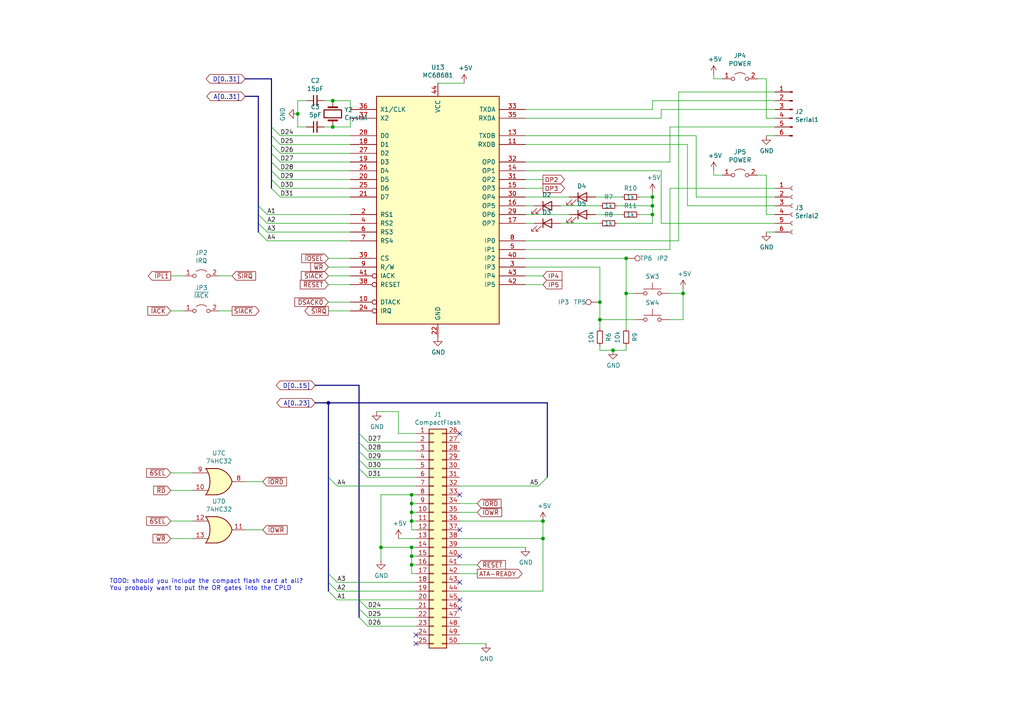
<source format=kicad_sch>
(kicad_sch (version 20230121) (generator eeschema)
  (paper "A4")
  (title_block (title "IVC-k30") (rev "1"))
  (lib_symbols
    (symbol "74xx:74LS32" (pin_names (offset 1.016))
      (property "Reference" "U" (at 0 1.27 0))
      (property "Value" "74LS32" (at 0 -1.27 0))
      (symbol "74LS32_1_1"
        (arc (start -3.81 -3.81) (mid -2.589 0) (end -3.81 3.81) (stroke (width 0.254)))
        (arc (start -0.6096 -3.81) (mid 2.1842 -2.5851) (end 3.81 0) (stroke (width 0.254)) (fill (type background)))
        (polyline (pts (xy -3.81 -3.81) (xy -0.635 -3.81)) (stroke (width 0.254)) (fill (type background)))
        (polyline (pts (xy -3.81 3.81) (xy -0.635 3.81)) (stroke (width 0.254)) (fill (type background)))
        (polyline (pts (xy -0.635 3.81) (xy -3.81 3.81) (xy -3.81 3.81) (xy -3.556 3.4036) (xy -3.0226 2.2606) (xy -2.6924 1.0414) (xy -2.6162 -0.254) (xy -2.7686 -1.4986) (xy -3.175 -2.7178) (xy -3.81 -3.81) (xy -3.81 -3.81) (xy -0.635 -3.81)) (stroke (width -25.4)) (fill (type background)))
        (arc (start 3.81 0) (mid 2.1915 2.5936) (end -0.6096 3.81) (stroke (width 0.254)) (fill (type background)))
        (pin input line (at -7.62 2.54 0) (length 4.318) (name "~") (number "1"))
        (pin input line (at -7.62 -2.54 0) (length 4.318) (name "~") (number "2"))
        (pin output line (at 7.62 0 180) (length 3.81) (name "~") (number "3"))
      )
      (symbol "74LS32_1_2"
        (arc (start 0 -3.81) (mid 3.7934 0) (end 0 3.81) (stroke (width 0.254)) (fill (type background)))
        (polyline (pts (xy 0 3.81) (xy -3.81 3.81) (xy -3.81 -3.81) (xy 0 -3.81)) (stroke (width 0.254)) (fill (type background)))
        (pin input inverted (at -7.62 2.54 0) (length 3.81) (name "~") (number "1"))
        (pin input inverted (at -7.62 -2.54 0) (length 3.81) (name "~") (number "2"))
        (pin output inverted (at 7.62 0 180) (length 3.81) (name "~") (number "3"))
      )
      (symbol "74LS32_2_1"
        (arc (start -3.81 -3.81) (mid -2.589 0) (end -3.81 3.81) (stroke (width 0.254)))
        (arc (start -0.6096 -3.81) (mid 2.1842 -2.5851) (end 3.81 0) (stroke (width 0.254)) (fill (type background)))
        (polyline (pts (xy -3.81 -3.81) (xy -0.635 -3.81)) (stroke (width 0.254)) (fill (type background)))
        (polyline (pts (xy -3.81 3.81) (xy -0.635 3.81)) (stroke (width 0.254)) (fill (type background)))
        (polyline (pts (xy -0.635 3.81) (xy -3.81 3.81) (xy -3.81 3.81) (xy -3.556 3.4036) (xy -3.0226 2.2606) (xy -2.6924 1.0414) (xy -2.6162 -0.254) (xy -2.7686 -1.4986) (xy -3.175 -2.7178) (xy -3.81 -3.81) (xy -3.81 -3.81) (xy -0.635 -3.81)) (stroke (width -25.4)) (fill (type background)))
        (arc (start 3.81 0) (mid 2.1915 2.5936) (end -0.6096 3.81) (stroke (width 0.254)) (fill (type background)))
        (pin input line (at -7.62 2.54 0) (length 4.318) (name "~") (number "4"))
        (pin input line (at -7.62 -2.54 0) (length 4.318) (name "~") (number "5"))
        (pin output line (at 7.62 0 180) (length 3.81) (name "~") (number "6"))
      )
      (symbol "74LS32_2_2"
        (arc (start 0 -3.81) (mid 3.7934 0) (end 0 3.81) (stroke (width 0.254)) (fill (type background)))
        (polyline (pts (xy 0 3.81) (xy -3.81 3.81) (xy -3.81 -3.81) (xy 0 -3.81)) (stroke (width 0.254)) (fill (type background)))
        (pin input inverted (at -7.62 2.54 0) (length 3.81) (name "~") (number "4"))
        (pin input inverted (at -7.62 -2.54 0) (length 3.81) (name "~") (number "5"))
        (pin output inverted (at 7.62 0 180) (length 3.81) (name "~") (number "6"))
      )
      (symbol "74LS32_3_1"
        (arc (start -3.81 -3.81) (mid -2.589 0) (end -3.81 3.81) (stroke (width 0.254)))
        (arc (start -0.6096 -3.81) (mid 2.1842 -2.5851) (end 3.81 0) (stroke (width 0.254)) (fill (type background)))
        (polyline (pts (xy -3.81 -3.81) (xy -0.635 -3.81)) (stroke (width 0.254)) (fill (type background)))
        (polyline (pts (xy -3.81 3.81) (xy -0.635 3.81)) (stroke (width 0.254)) (fill (type background)))
        (polyline (pts (xy -0.635 3.81) (xy -3.81 3.81) (xy -3.81 3.81) (xy -3.556 3.4036) (xy -3.0226 2.2606) (xy -2.6924 1.0414) (xy -2.6162 -0.254) (xy -2.7686 -1.4986) (xy -3.175 -2.7178) (xy -3.81 -3.81) (xy -3.81 -3.81) (xy -0.635 -3.81)) (stroke (width -25.4)) (fill (type background)))
        (arc (start 3.81 0) (mid 2.1915 2.5936) (end -0.6096 3.81) (stroke (width 0.254)) (fill (type background)))
        (pin input line (at -7.62 -2.54 0) (length 4.318) (name "~") (number "10"))
        (pin output line (at 7.62 0 180) (length 3.81) (name "~") (number "8"))
        (pin input line (at -7.62 2.54 0) (length 4.318) (name "~") (number "9"))
      )
      (symbol "74LS32_3_2"
        (arc (start 0 -3.81) (mid 3.7934 0) (end 0 3.81) (stroke (width 0.254)) (fill (type background)))
        (polyline (pts (xy 0 3.81) (xy -3.81 3.81) (xy -3.81 -3.81) (xy 0 -3.81)) (stroke (width 0.254)) (fill (type background)))
        (pin input inverted (at -7.62 -2.54 0) (length 3.81) (name "~") (number "10"))
        (pin output inverted (at 7.62 0 180) (length 3.81) (name "~") (number "8"))
        (pin input inverted (at -7.62 2.54 0) (length 3.81) (name "~") (number "9"))
      )
      (symbol "74LS32_4_1"
        (arc (start -3.81 -3.81) (mid -2.589 0) (end -3.81 3.81) (stroke (width 0.254)))
        (arc (start -0.6096 -3.81) (mid 2.1842 -2.5851) (end 3.81 0) (stroke (width 0.254)) (fill (type background)))
        (polyline (pts (xy -3.81 -3.81) (xy -0.635 -3.81)) (stroke (width 0.254)) (fill (type background)))
        (polyline (pts (xy -3.81 3.81) (xy -0.635 3.81)) (stroke (width 0.254)) (fill (type background)))
        (polyline (pts (xy -0.635 3.81) (xy -3.81 3.81) (xy -3.81 3.81) (xy -3.556 3.4036) (xy -3.0226 2.2606) (xy -2.6924 1.0414) (xy -2.6162 -0.254) (xy -2.7686 -1.4986) (xy -3.175 -2.7178) (xy -3.81 -3.81) (xy -3.81 -3.81) (xy -0.635 -3.81)) (stroke (width -25.4)) (fill (type background)))
        (arc (start 3.81 0) (mid 2.1915 2.5936) (end -0.6096 3.81) (stroke (width 0.254)) (fill (type background)))
        (pin output line (at 7.62 0 180) (length 3.81) (name "~") (number "11"))
        (pin input line (at -7.62 2.54 0) (length 4.318) (name "~") (number "12"))
        (pin input line (at -7.62 -2.54 0) (length 4.318) (name "~") (number "13"))
      )
      (symbol "74LS32_4_2"
        (arc (start 0 -3.81) (mid 3.7934 0) (end 0 3.81) (stroke (width 0.254)) (fill (type background)))
        (polyline (pts (xy 0 3.81) (xy -3.81 3.81) (xy -3.81 -3.81) (xy 0 -3.81)) (stroke (width 0.254)) (fill (type background)))
        (pin output inverted (at 7.62 0 180) (length 3.81) (name "~") (number "11"))
        (pin input inverted (at -7.62 2.54 0) (length 3.81) (name "~") (number "12"))
        (pin input inverted (at -7.62 -2.54 0) (length 3.81) (name "~") (number "13"))
      )
      (symbol "74LS32_5_0"
        (pin power_in line (at 0 12.7 270) (length 5.08) (name "VCC") (number "14"))
        (pin power_in line (at 0 -12.7 90) (length 5.08) (name "GND") (number "7"))
      )
      (symbol "74LS32_5_1"
        (rectangle (start -5.08 7.62) (end 5.08 -7.62) (stroke (width 0.254)) (fill (type background)))
      )
    )
    (symbol "Computie_68k:MC68681-PLCC" (pin_names (offset 1.016))
      (property "Reference" "U" (at 0 3.81 0))
      (property "Value" "MC68681-PLCC" (at 0 -2.54 0))
      (symbol "MC68681-PLCC_0_1"
        (rectangle (start -17.78 -31.75) (end 17.78 34.29) (stroke (width 0.254)) (fill (type background)))
      )
      (symbol "MC68681-PLCC_1_1"
        (pin open_collector inverted (at -25.4 -25.4 0) (length 7.62) (name "DTACK") (number "10"))
        (pin input line (at 25.4 20.32 180) (length 7.62) (name "RXDB") (number "11"))
        (pin output line (at 25.4 22.86 180) (length 7.62) (name "TXDB") (number "13"))
        (pin output line (at 25.4 12.7 180) (length 7.62) (name "OP1") (number "14"))
        (pin output line (at 25.4 7.62 180) (length 7.62) (name "OP3") (number "15"))
        (pin output line (at 25.4 2.54 180) (length 7.62) (name "OP5") (number "16"))
        (pin output line (at 25.4 -2.54 180) (length 7.62) (name "OP7") (number "17"))
        (pin tri_state line (at -25.4 20.32 0) (length 7.62) (name "D1") (number "18"))
        (pin tri_state line (at -25.4 15.24 0) (length 7.62) (name "D3") (number "19"))
        (pin input line (at -25.4 0 0) (length 7.62) (name "RS1") (number "2"))
        (pin tri_state line (at -25.4 10.16 0) (length 7.62) (name "D5") (number "20"))
        (pin tri_state line (at -25.4 5.08 0) (length 7.62) (name "D7") (number "21"))
        (pin power_in line (at 0 -35.56 90) (length 3.81) (name "GND") (number "22"))
        (pin output inverted (at -25.4 -27.94 0) (length 7.62) (name "IRQ") (number "24"))
        (pin tri_state line (at -25.4 7.62 0) (length 7.62) (name "D6") (number "25"))
        (pin tri_state line (at -25.4 12.7 0) (length 7.62) (name "D4") (number "26"))
        (pin tri_state line (at -25.4 17.78 0) (length 7.62) (name "D2") (number "27"))
        (pin tri_state line (at -25.4 22.86 0) (length 7.62) (name "D0") (number "28"))
        (pin output line (at 25.4 0 180) (length 7.62) (name "OP6") (number "29"))
        (pin input line (at 25.4 -15.24 180) (length 7.62) (name "IP3") (number "3"))
        (pin output line (at 25.4 5.08 180) (length 7.62) (name "OP4") (number "30"))
        (pin output line (at 25.4 10.16 180) (length 7.62) (name "OP2") (number "31"))
        (pin output line (at 25.4 15.24 180) (length 7.62) (name "OP0") (number "32"))
        (pin output line (at 25.4 30.48 180) (length 7.62) (name "TXDA") (number "33"))
        (pin input line (at 25.4 27.94 180) (length 7.62) (name "RXDA") (number "35"))
        (pin input line (at -25.4 30.48 0) (length 7.62) (name "X1/CLK") (number "36"))
        (pin input line (at -25.4 27.94 0) (length 7.62) (name "X2") (number "37"))
        (pin input inverted (at -25.4 -20.32 0) (length 7.62) (name "RESET") (number "38"))
        (pin input line (at -25.4 -12.7 0) (length 7.62) (name "CS") (number "39"))
        (pin input line (at -25.4 -2.54 0) (length 7.62) (name "RS2") (number "4"))
        (pin input line (at 25.4 -12.7 180) (length 7.62) (name "IP2") (number "40"))
        (pin input inverted (at -25.4 -17.78 0) (length 7.62) (name "IACK") (number "41"))
        (pin input line (at 25.4 -20.32 180) (length 7.62) (name "IP5") (number "42"))
        (pin input line (at 25.4 -17.78 180) (length 7.62) (name "IP4") (number "43"))
        (pin power_in line (at 0 38.1 270) (length 3.81) (name "VCC") (number "44"))
        (pin input line (at 25.4 -10.16 180) (length 7.62) (name "IP1") (number "5"))
        (pin input line (at -25.4 -5.08 0) (length 7.62) (name "RS3") (number "6"))
        (pin input line (at -25.4 -7.62 0) (length 7.62) (name "RS4") (number "7"))
        (pin input line (at 25.4 -7.62 180) (length 7.62) (name "IP0") (number "8"))
        (pin input line (at -25.4 -15.24 0) (length 7.62) (name "R/W") (number "9"))
      )
    )
    (symbol "Connector:Conn_01x06_Female" (pin_names (offset 1.016) hide)
      (property "Reference" "J" (at 0 7.62 0))
      (property "Value" "Conn_01x06_Female" (at 0 -10.16 0))
      (symbol "Conn_01x06_Female_1_1"
        (arc (start 0 -7.112) (mid -0.5058 -7.62) (end 0 -8.128) (stroke (width 0.1524)))
        (arc (start 0 -4.572) (mid -0.5058 -5.08) (end 0 -5.588) (stroke (width 0.1524)))
        (arc (start 0 -2.032) (mid -0.5058 -2.54) (end 0 -3.048) (stroke (width 0.1524)))
        (polyline (pts (xy -1.27 -7.62) (xy -0.508 -7.62)) (stroke (width 0.1524)))
        (polyline (pts (xy -1.27 -5.08) (xy -0.508 -5.08)) (stroke (width 0.1524)))
        (polyline (pts (xy -1.27 -2.54) (xy -0.508 -2.54)) (stroke (width 0.1524)))
        (polyline (pts (xy -1.27 0) (xy -0.508 0)) (stroke (width 0.1524)))
        (polyline (pts (xy -1.27 2.54) (xy -0.508 2.54)) (stroke (width 0.1524)))
        (polyline (pts (xy -1.27 5.08) (xy -0.508 5.08)) (stroke (width 0.1524)))
        (arc (start 0 0.508) (mid -0.5058 0) (end 0 -0.508) (stroke (width 0.1524)))
        (arc (start 0 3.048) (mid -0.5058 2.54) (end 0 2.032) (stroke (width 0.1524)))
        (arc (start 0 5.588) (mid -0.5058 5.08) (end 0 4.572) (stroke (width 0.1524)))
        (pin passive line (at -5.08 5.08 0) (length 3.81) (name "Pin_1") (number "1"))
        (pin passive line (at -5.08 2.54 0) (length 3.81) (name "Pin_2") (number "2"))
        (pin passive line (at -5.08 0 0) (length 3.81) (name "Pin_3") (number "3"))
        (pin passive line (at -5.08 -2.54 0) (length 3.81) (name "Pin_4") (number "4"))
        (pin passive line (at -5.08 -5.08 0) (length 3.81) (name "Pin_5") (number "5"))
        (pin passive line (at -5.08 -7.62 0) (length 3.81) (name "Pin_6") (number "6"))
      )
    )
    (symbol "Connector:Conn_01x06_Male" (pin_names (offset 1.016) hide)
      (property "Reference" "J" (at 0 7.62 0))
      (property "Value" "Conn_01x06_Male" (at 0 -10.16 0))
      (symbol "Conn_01x06_Male_1_1"
        (polyline (pts (xy 1.27 -7.62) (xy 0.8636 -7.62)) (stroke (width 0.1524)))
        (polyline (pts (xy 1.27 -5.08) (xy 0.8636 -5.08)) (stroke (width 0.1524)))
        (polyline (pts (xy 1.27 -2.54) (xy 0.8636 -2.54)) (stroke (width 0.1524)))
        (polyline (pts (xy 1.27 0) (xy 0.8636 0)) (stroke (width 0.1524)))
        (polyline (pts (xy 1.27 2.54) (xy 0.8636 2.54)) (stroke (width 0.1524)))
        (polyline (pts (xy 1.27 5.08) (xy 0.8636 5.08)) (stroke (width 0.1524)))
        (rectangle (start 0.8636 -7.493) (end 0 -7.747) (stroke (width 0.1524)) (fill (type outline)))
        (rectangle (start 0.8636 -4.953) (end 0 -5.207) (stroke (width 0.1524)) (fill (type outline)))
        (rectangle (start 0.8636 -2.413) (end 0 -2.667) (stroke (width 0.1524)) (fill (type outline)))
        (rectangle (start 0.8636 0.127) (end 0 -0.127) (stroke (width 0.1524)) (fill (type outline)))
        (rectangle (start 0.8636 2.667) (end 0 2.413) (stroke (width 0.1524)) (fill (type outline)))
        (rectangle (start 0.8636 5.207) (end 0 4.953) (stroke (width 0.1524)) (fill (type outline)))
        (pin passive line (at 5.08 5.08 180) (length 3.81) (name "Pin_1") (number "1"))
        (pin passive line (at 5.08 2.54 180) (length 3.81) (name "Pin_2") (number "2"))
        (pin passive line (at 5.08 0 180) (length 3.81) (name "Pin_3") (number "3"))
        (pin passive line (at 5.08 -2.54 180) (length 3.81) (name "Pin_4") (number "4"))
        (pin passive line (at 5.08 -5.08 180) (length 3.81) (name "Pin_5") (number "5"))
        (pin passive line (at 5.08 -7.62 180) (length 3.81) (name "Pin_6") (number "6"))
      )
    )
    (symbol "Connector:TestPoint" (pin_numbers hide) (pin_names (offset 0.762) hide)
      (property "Reference" "TP" (at 0 6.858 0))
      (property "Value" "TestPoint" (at 0 5.08 0))
      (symbol "TestPoint_0_1"
        (circle (center 0 3.302) (radius 0.762))
      )
      (symbol "TestPoint_1_1"
        (pin passive line (at 0 0 90) (length 2.54) (name "1") (number "1"))
      )
    )
    (symbol "Connector_Generic:Conn_02x25_Top_Bottom" (pin_names (offset 1.016) hide)
      (property "Reference" "J" (at 1.27 33.02 0))
      (property "Value" "Conn_02x25_Top_Bottom" (at 1.27 -33.02 0))
      (symbol "Conn_02x25_Top_Bottom_1_1"
        (rectangle (start -1.27 -30.353) (end 0 -30.607) (stroke (width 0.1524)))
        (rectangle (start -1.27 -27.813) (end 0 -28.067) (stroke (width 0.1524)))
        (rectangle (start -1.27 -25.273) (end 0 -25.527) (stroke (width 0.1524)))
        (rectangle (start -1.27 -22.733) (end 0 -22.987) (stroke (width 0.1524)))
        (rectangle (start -1.27 -20.193) (end 0 -20.447) (stroke (width 0.1524)))
        (rectangle (start -1.27 -17.653) (end 0 -17.907) (stroke (width 0.1524)))
        (rectangle (start -1.27 -15.113) (end 0 -15.367) (stroke (width 0.1524)))
        (rectangle (start -1.27 -12.573) (end 0 -12.827) (stroke (width 0.1524)))
        (rectangle (start -1.27 -10.033) (end 0 -10.287) (stroke (width 0.1524)))
        (rectangle (start -1.27 -7.493) (end 0 -7.747) (stroke (width 0.1524)))
        (rectangle (start -1.27 -4.953) (end 0 -5.207) (stroke (width 0.1524)))
        (rectangle (start -1.27 -2.413) (end 0 -2.667) (stroke (width 0.1524)))
        (rectangle (start -1.27 0.127) (end 0 -0.127) (stroke (width 0.1524)))
        (rectangle (start -1.27 2.667) (end 0 2.413) (stroke (width 0.1524)))
        (rectangle (start -1.27 5.207) (end 0 4.953) (stroke (width 0.1524)))
        (rectangle (start -1.27 7.747) (end 0 7.493) (stroke (width 0.1524)))
        (rectangle (start -1.27 10.287) (end 0 10.033) (stroke (width 0.1524)))
        (rectangle (start -1.27 12.827) (end 0 12.573) (stroke (width 0.1524)))
        (rectangle (start -1.27 15.367) (end 0 15.113) (stroke (width 0.1524)))
        (rectangle (start -1.27 17.907) (end 0 17.653) (stroke (width 0.1524)))
        (rectangle (start -1.27 20.447) (end 0 20.193) (stroke (width 0.1524)))
        (rectangle (start -1.27 22.987) (end 0 22.733) (stroke (width 0.1524)))
        (rectangle (start -1.27 25.527) (end 0 25.273) (stroke (width 0.1524)))
        (rectangle (start -1.27 28.067) (end 0 27.813) (stroke (width 0.1524)))
        (rectangle (start -1.27 30.607) (end 0 30.353) (stroke (width 0.1524)))
        (rectangle (start -1.27 31.75) (end 3.81 -31.75) (stroke (width 0.254)) (fill (type background)))
        (rectangle (start 3.81 -30.353) (end 2.54 -30.607) (stroke (width 0.1524)))
        (rectangle (start 3.81 -27.813) (end 2.54 -28.067) (stroke (width 0.1524)))
        (rectangle (start 3.81 -25.273) (end 2.54 -25.527) (stroke (width 0.1524)))
        (rectangle (start 3.81 -22.733) (end 2.54 -22.987) (stroke (width 0.1524)))
        (rectangle (start 3.81 -20.193) (end 2.54 -20.447) (stroke (width 0.1524)))
        (rectangle (start 3.81 -17.653) (end 2.54 -17.907) (stroke (width 0.1524)))
        (rectangle (start 3.81 -15.113) (end 2.54 -15.367) (stroke (width 0.1524)))
        (rectangle (start 3.81 -12.573) (end 2.54 -12.827) (stroke (width 0.1524)))
        (rectangle (start 3.81 -10.033) (end 2.54 -10.287) (stroke (width 0.1524)))
        (rectangle (start 3.81 -7.493) (end 2.54 -7.747) (stroke (width 0.1524)))
        (rectangle (start 3.81 -4.953) (end 2.54 -5.207) (stroke (width 0.1524)))
        (rectangle (start 3.81 -2.413) (end 2.54 -2.667) (stroke (width 0.1524)))
        (rectangle (start 3.81 0.127) (end 2.54 -0.127) (stroke (width 0.1524)))
        (rectangle (start 3.81 2.667) (end 2.54 2.413) (stroke (width 0.1524)))
        (rectangle (start 3.81 5.207) (end 2.54 4.953) (stroke (width 0.1524)))
        (rectangle (start 3.81 7.747) (end 2.54 7.493) (stroke (width 0.1524)))
        (rectangle (start 3.81 10.287) (end 2.54 10.033) (stroke (width 0.1524)))
        (rectangle (start 3.81 12.827) (end 2.54 12.573) (stroke (width 0.1524)))
        (rectangle (start 3.81 15.367) (end 2.54 15.113) (stroke (width 0.1524)))
        (rectangle (start 3.81 17.907) (end 2.54 17.653) (stroke (width 0.1524)))
        (rectangle (start 3.81 20.447) (end 2.54 20.193) (stroke (width 0.1524)))
        (rectangle (start 3.81 22.987) (end 2.54 22.733) (stroke (width 0.1524)))
        (rectangle (start 3.81 25.527) (end 2.54 25.273) (stroke (width 0.1524)))
        (rectangle (start 3.81 28.067) (end 2.54 27.813) (stroke (width 0.1524)))
        (rectangle (start 3.81 30.607) (end 2.54 30.353) (stroke (width 0.1524)))
        (pin passive line (at -5.08 30.48 0) (length 3.81) (name "Pin_1") (number "1"))
        (pin passive line (at -5.08 7.62 0) (length 3.81) (name "Pin_10") (number "10"))
        (pin passive line (at -5.08 5.08 0) (length 3.81) (name "Pin_11") (number "11"))
        (pin passive line (at -5.08 2.54 0) (length 3.81) (name "Pin_12") (number "12"))
        (pin passive line (at -5.08 0 0) (length 3.81) (name "Pin_13") (number "13"))
        (pin passive line (at -5.08 -2.54 0) (length 3.81) (name "Pin_14") (number "14"))
        (pin passive line (at -5.08 -5.08 0) (length 3.81) (name "Pin_15") (number "15"))
        (pin passive line (at -5.08 -7.62 0) (length 3.81) (name "Pin_16") (number "16"))
        (pin passive line (at -5.08 -10.16 0) (length 3.81) (name "Pin_17") (number "17"))
        (pin passive line (at -5.08 -12.7 0) (length 3.81) (name "Pin_18") (number "18"))
        (pin passive line (at -5.08 -15.24 0) (length 3.81) (name "Pin_19") (number "19"))
        (pin passive line (at -5.08 27.94 0) (length 3.81) (name "Pin_2") (number "2"))
        (pin passive line (at -5.08 -17.78 0) (length 3.81) (name "Pin_20") (number "20"))
        (pin passive line (at -5.08 -20.32 0) (length 3.81) (name "Pin_21") (number "21"))
        (pin passive line (at -5.08 -22.86 0) (length 3.81) (name "Pin_22") (number "22"))
        (pin passive line (at -5.08 -25.4 0) (length 3.81) (name "Pin_23") (number "23"))
        (pin passive line (at -5.08 -27.94 0) (length 3.81) (name "Pin_24") (number "24"))
        (pin passive line (at -5.08 -30.48 0) (length 3.81) (name "Pin_25") (number "25"))
        (pin passive line (at 7.62 30.48 180) (length 3.81) (name "Pin_26") (number "26"))
        (pin passive line (at 7.62 27.94 180) (length 3.81) (name "Pin_27") (number "27"))
        (pin passive line (at 7.62 25.4 180) (length 3.81) (name "Pin_28") (number "28"))
        (pin passive line (at 7.62 22.86 180) (length 3.81) (name "Pin_29") (number "29"))
        (pin passive line (at -5.08 25.4 0) (length 3.81) (name "Pin_3") (number "3"))
        (pin passive line (at 7.62 20.32 180) (length 3.81) (name "Pin_30") (number "30"))
        (pin passive line (at 7.62 17.78 180) (length 3.81) (name "Pin_31") (number "31"))
        (pin passive line (at 7.62 15.24 180) (length 3.81) (name "Pin_32") (number "32"))
        (pin passive line (at 7.62 12.7 180) (length 3.81) (name "Pin_33") (number "33"))
        (pin passive line (at 7.62 10.16 180) (length 3.81) (name "Pin_34") (number "34"))
        (pin passive line (at 7.62 7.62 180) (length 3.81) (name "Pin_35") (number "35"))
        (pin passive line (at 7.62 5.08 180) (length 3.81) (name "Pin_36") (number "36"))
        (pin passive line (at 7.62 2.54 180) (length 3.81) (name "Pin_37") (number "37"))
        (pin passive line (at 7.62 0 180) (length 3.81) (name "Pin_38") (number "38"))
        (pin passive line (at 7.62 -2.54 180) (length 3.81) (name "Pin_39") (number "39"))
        (pin passive line (at -5.08 22.86 0) (length 3.81) (name "Pin_4") (number "4"))
        (pin passive line (at 7.62 -5.08 180) (length 3.81) (name "Pin_40") (number "40"))
        (pin passive line (at 7.62 -7.62 180) (length 3.81) (name "Pin_41") (number "41"))
        (pin passive line (at 7.62 -10.16 180) (length 3.81) (name "Pin_42") (number "42"))
        (pin passive line (at 7.62 -12.7 180) (length 3.81) (name "Pin_43") (number "43"))
        (pin passive line (at 7.62 -15.24 180) (length 3.81) (name "Pin_44") (number "44"))
        (pin passive line (at 7.62 -17.78 180) (length 3.81) (name "Pin_45") (number "45"))
        (pin passive line (at 7.62 -20.32 180) (length 3.81) (name "Pin_46") (number "46"))
        (pin passive line (at 7.62 -22.86 180) (length 3.81) (name "Pin_47") (number "47"))
        (pin passive line (at 7.62 -25.4 180) (length 3.81) (name "Pin_48") (number "48"))
        (pin passive line (at 7.62 -27.94 180) (length 3.81) (name "Pin_49") (number "49"))
        (pin passive line (at -5.08 20.32 0) (length 3.81) (name "Pin_5") (number "5"))
        (pin passive line (at 7.62 -30.48 180) (length 3.81) (name "Pin_50") (number "50"))
        (pin passive line (at -5.08 17.78 0) (length 3.81) (name "Pin_6") (number "6"))
        (pin passive line (at -5.08 15.24 0) (length 3.81) (name "Pin_7") (number "7"))
        (pin passive line (at -5.08 12.7 0) (length 3.81) (name "Pin_8") (number "8"))
        (pin passive line (at -5.08 10.16 0) (length 3.81) (name "Pin_9") (number "9"))
      )
    )
    (symbol "Device:C_Small" (pin_numbers hide) (pin_names (offset 0.254) hide)
      (property "Reference" "C" (at 0.254 1.778 0))
      (property "Value" "C_Small" (at 0.254 -2.032 0))
      (symbol "C_Small_0_1"
        (polyline (pts (xy -1.524 -0.508) (xy 1.524 -0.508)) (stroke (width 0.3302)))
        (polyline (pts (xy -1.524 0.508) (xy 1.524 0.508)) (stroke (width 0.3048)))
      )
      (symbol "C_Small_1_1"
        (pin passive line (at 0 2.54 270) (length 2.032) (name "~") (number "1"))
        (pin passive line (at 0 -2.54 90) (length 2.032) (name "~") (number "2"))
      )
    )
    (symbol "Device:Crystal" (pin_numbers hide) (pin_names (offset 1.016) hide)
      (property "Reference" "Y" (at 0 3.81 0))
      (property "Value" "Crystal" (at 0 -3.81 0))
      (symbol "Crystal_0_1"
        (rectangle (start -1.143 2.54) (end 1.143 -2.54) (stroke (width 0.3048)))
        (polyline (pts (xy -2.54 0) (xy -1.905 0)))
        (polyline (pts (xy -1.905 -1.27) (xy -1.905 1.27)) (stroke (width 0.508)))
        (polyline (pts (xy 1.905 -1.27) (xy 1.905 1.27)) (stroke (width 0.508)))
        (polyline (pts (xy 2.54 0) (xy 1.905 0)))
      )
      (symbol "Crystal_1_1"
        (pin passive line (at -3.81 0 0) (length 1.27) (name "1") (number "1"))
        (pin passive line (at 3.81 0 180) (length 1.27) (name "2") (number "2"))
      )
    )
    (symbol "Device:LED" (pin_numbers hide) (pin_names (offset 1.016) hide)
      (property "Reference" "D" (at 0 2.54 0))
      (property "Value" "LED" (at 0 -2.54 0))
      (symbol "LED_0_1"
        (polyline (pts (xy -1.27 -1.27) (xy -1.27 1.27)) (stroke (width 0.254)))
        (polyline (pts (xy -1.27 0) (xy 1.27 0)))
        (polyline (pts (xy 1.27 -1.27) (xy 1.27 1.27) (xy -1.27 0) (xy 1.27 -1.27)) (stroke (width 0.254)))
        (polyline (pts (xy -3.048 -0.762) (xy -4.572 -2.286) (xy -3.81 -2.286) (xy -4.572 -2.286) (xy -4.572 -1.524)))
        (polyline (pts (xy -1.778 -0.762) (xy -3.302 -2.286) (xy -2.54 -2.286) (xy -3.302 -2.286) (xy -3.302 -1.524)))
      )
      (symbol "LED_1_1"
        (pin passive line (at -3.81 0 0) (length 2.54) (name "K") (number "1"))
        (pin passive line (at 3.81 0 180) (length 2.54) (name "A") (number "2"))
      )
    )
    (symbol "Device:R_Small" (pin_numbers hide) (pin_names (offset 0.254) hide)
      (property "Reference" "R" (at 0.762 0.508 0))
      (property "Value" "R_Small" (at 0.762 -1.016 0))
      (symbol "R_Small_0_1"
        (rectangle (start -0.762 1.778) (end 0.762 -1.778) (stroke (width 0.2032)))
      )
      (symbol "R_Small_1_1"
        (pin passive line (at 0 2.54 270) (length 0.762) (name "~") (number "1"))
        (pin passive line (at 0 -2.54 90) (length 0.762) (name "~") (number "2"))
      )
    )
    (symbol "Jumper:Jumper_2_Open" (pin_names (offset 0) hide)
      (property "Reference" "JP" (at 0 2.794 0))
      (property "Value" "Jumper_2_Open" (at 0 -2.286 0))
      (symbol "Jumper_2_Open_0_0"
        (circle (center -2.032 0) (radius 0.508))
        (circle (center 2.032 0) (radius 0.508))
      )
      (symbol "Jumper_2_Open_0_1"
        (arc (start 1.524 1.27) (mid 0 1.778) (end -1.524 1.27))
      )
      (symbol "Jumper_2_Open_1_1"
        (pin passive line (at -5.08 0 0) (length 2.54) (name "A") (number "1"))
        (pin passive line (at 5.08 0 180) (length 2.54) (name "B") (number "2"))
      )
    )
    (symbol "Switch:SW_Push" (pin_numbers hide) (pin_names (offset 1.016) hide)
      (property "Reference" "SW" (at 1.27 2.54 0))
      (property "Value" "SW_Push" (at 0 -1.524 0))
      (symbol "SW_Push_0_1"
        (circle (center -2.032 0) (radius 0.508))
        (polyline (pts (xy 0 1.27) (xy 0 3.048)))
        (polyline (pts (xy 2.54 1.27) (xy -2.54 1.27)))
        (circle (center 2.032 0) (radius 0.508))
        (pin passive line (at -5.08 0 0) (length 2.54) (name "1") (number "1"))
        (pin passive line (at 5.08 0 180) (length 2.54) (name "2") (number "2"))
      )
    )
    (symbol "power:+5V" (power) (pin_names (offset 0))
      (property "Value" "+5V" (at 0 3.556 0))
      (symbol "+5V_0_1"
        (polyline (pts (xy -0.762 1.27) (xy 0 2.54)))
        (polyline (pts (xy 0 0) (xy 0 2.54)))
        (polyline (pts (xy 0 2.54) (xy 0.762 1.27)))
      )
      (symbol "+5V_1_1"
        (pin power_in line (at 0 0 90) (length 0) hide (name "+5V") (number "1"))
      )
    )
    (symbol "power:GND" (power) (pin_names (offset 0))
      (property "Value" "GND" (at 0 -3.81 0))
      (symbol "GND_0_1"
        (polyline (pts (xy 0 0) (xy 0 -1.27) (xy 1.27 -1.27) (xy 0 -2.54) (xy -1.27 -1.27) (xy 0 -1.27)))
      )
      (symbol "GND_1_1"
        (pin power_in line (at 0 0 270) (length 0) hide (name "GND") (number "1"))
      )
    )
  )
  (junction (at 119.38 158.75))
  (junction (at 173.99 87.63))
  (junction (at 96.52 36.83))
  (junction (at 110.49 158.75))
  (junction (at 177.8 101.6))
  (junction (at 86.36 33.02))
  (junction (at 119.38 143.51))
  (junction (at 95.25 116.84))
  (junction (at 119.38 148.59))
  (junction (at 198.12 85.09))
  (junction (at 189.23 59.69))
  (junction (at 119.38 146.05))
  (junction (at 157.48 156.21))
  (junction (at 119.38 161.29))
  (junction (at 173.99 92.71))
  (junction (at 181.61 74.93))
  (junction (at 189.23 57.15))
  (junction (at 119.38 163.83))
  (junction (at 119.38 151.13))
  (junction (at 157.48 151.13))
  (junction (at 181.61 85.09))
  (junction (at 96.52 29.21))
  (junction (at 189.23 62.23))
  (no_connect (at 133.35 161.29))
  (no_connect (at 120.65 184.15))
  (no_connect (at 133.35 153.67))
  (no_connect (at 133.35 125.73))
  (no_connect (at 133.35 143.51))
  (no_connect (at 133.35 168.91))
  (no_connect (at 120.65 186.69))
  (no_connect (at 133.35 173.99))
  (no_connect (at 133.35 176.53))
  (bus_entry (at 81.28 44.45) (size -2.54 -2.54))
  (bus_entry (at 81.28 39.37) (size -2.54 -2.54))
  (bus_entry (at 156.21 140.97) (size 2.54 -2.54))
  (bus_entry (at 81.28 41.91) (size -2.54 -2.54))
  (bus_entry (at 77.47 67.31) (size -2.54 -2.54))
  (bus_entry (at 77.47 64.77) (size -2.54 -2.54))
  (bus_entry (at 81.28 46.99) (size -2.54 -2.54))
  (bus_entry (at 106.68 181.61) (size -2.54 -2.54))
  (bus_entry (at 77.47 62.23) (size -2.54 -2.54))
  (bus_entry (at 106.68 138.43) (size -2.54 -2.54))
  (bus_entry (at 106.68 176.53) (size -2.54 -2.54))
  (bus_entry (at 106.68 128.27) (size -2.54 -2.54))
  (bus_entry (at 106.68 135.89) (size -2.54 -2.54))
  (bus_entry (at 81.28 54.61) (size -2.54 -2.54))
  (bus_entry (at 97.79 173.99) (size -2.54 -2.54))
  (bus_entry (at 81.28 52.07) (size -2.54 -2.54))
  (bus_entry (at 81.28 49.53) (size -2.54 -2.54))
  (bus_entry (at 97.79 140.97) (size -2.54 -2.54))
  (bus_entry (at 106.68 179.07) (size -2.54 -2.54))
  (bus_entry (at 77.47 69.85) (size -2.54 -2.54))
  (bus_entry (at 106.68 133.35) (size -2.54 -2.54))
  (bus_entry (at 106.68 130.81) (size -2.54 -2.54))
  (bus_entry (at 97.79 171.45) (size -2.54 -2.54))
  (bus_entry (at 97.79 168.91) (size -2.54 -2.54))
  (bus_entry (at 81.28 57.15) (size -2.54 -2.54))
  (wire (pts (xy 198.12 83.82) (xy 198.12 85.09)))
  (wire (pts (xy 133.35 163.83) (xy 138.43 163.83)))
  (wire (pts (xy 196.85 69.85) (xy 152.4 69.85)))
  (wire (pts (xy 120.65 128.27) (xy 106.68 128.27)))
  (wire (pts (xy 120.65 168.91) (xy 97.79 168.91)))
  (wire (pts (xy 194.31 36.83) (xy 194.31 46.99)))
  (wire (pts (xy 173.99 92.71) (xy 173.99 95.25)))
  (wire (pts (xy 95.25 74.93) (xy 101.6 74.93)))
  (wire (pts (xy 157.48 82.55) (xy 152.4 82.55)))
  (wire (pts (xy 191.77 34.29) (xy 191.77 31.75)))
  (wire (pts (xy 181.61 100.33) (xy 181.61 101.6)))
  (wire (pts (xy 120.65 130.81) (xy 106.68 130.81)))
  (wire (pts (xy 201.93 57.15) (xy 224.79 57.15)))
  (wire (pts (xy 152.4 74.93) (xy 181.61 74.93)))
  (wire (pts (xy 119.38 158.75) (xy 110.49 158.75)))
  (bus (pts (xy 71.12 27.94) (xy 74.93 27.94)))
  (bus (pts (xy 78.74 44.45) (xy 78.74 46.99)))
  (bus (pts (xy 74.93 59.69) (xy 74.93 62.23)))
  (wire (pts (xy 189.23 59.69) (xy 179.07 59.69)))
  (wire (pts (xy 224.79 67.31) (xy 222.25 67.31)))
  (wire (pts (xy 154.94 64.77) (xy 152.4 64.77)))
  (wire (pts (xy 222.25 22.86) (xy 222.25 34.29)))
  (wire (pts (xy 120.65 135.89) (xy 106.68 135.89)))
  (wire (pts (xy 101.6 46.99) (xy 81.28 46.99)))
  (wire (pts (xy 189.23 57.15) (xy 189.23 59.69)))
  (wire (pts (xy 110.49 143.51) (xy 110.49 158.75)))
  (wire (pts (xy 71.12 153.67) (xy 76.2 153.67)))
  (wire (pts (xy 222.25 62.23) (xy 224.79 62.23)))
  (bus (pts (xy 78.74 36.83) (xy 78.74 39.37)))
  (wire (pts (xy 181.61 85.09) (xy 181.61 95.25)))
  (wire (pts (xy 191.77 64.77) (xy 191.77 49.53)))
  (wire (pts (xy 120.65 148.59) (xy 119.38 148.59)))
  (wire (pts (xy 196.85 26.67) (xy 196.85 69.85)))
  (bus (pts (xy 78.74 52.07) (xy 78.74 54.61)))
  (wire (pts (xy 119.38 151.13) (xy 119.38 148.59)))
  (wire (pts (xy 157.48 80.01) (xy 152.4 80.01)))
  (wire (pts (xy 189.23 64.77) (xy 189.23 62.23)))
  (wire (pts (xy 184.15 92.71) (xy 173.99 92.71)))
  (wire (pts (xy 93.98 29.21) (xy 96.52 29.21)))
  (wire (pts (xy 133.35 171.45) (xy 157.48 171.45)))
  (wire (pts (xy 133.35 146.05) (xy 138.43 146.05)))
  (wire (pts (xy 181.61 85.09) (xy 184.15 85.09)))
  (wire (pts (xy 101.6 34.29) (xy 101.6 36.83)))
  (bus (pts (xy 95.25 138.43) (xy 95.25 166.37)))
  (bus (pts (xy 104.14 135.89) (xy 104.14 173.99)))
  (wire (pts (xy 207.01 21.59) (xy 207.01 22.86)))
  (wire (pts (xy 119.38 158.75) (xy 119.38 161.29)))
  (wire (pts (xy 120.65 133.35) (xy 106.68 133.35)))
  (wire (pts (xy 198.12 85.09) (xy 194.31 85.09)))
  (wire (pts (xy 127 24.13) (xy 134.62 24.13)))
  (bus (pts (xy 78.74 41.91) (xy 78.74 44.45)))
  (wire (pts (xy 157.48 171.45) (xy 157.48 156.21)))
  (wire (pts (xy 180.34 62.23) (xy 172.72 62.23)))
  (wire (pts (xy 173.99 77.47) (xy 152.4 77.47)))
  (wire (pts (xy 119.38 146.05) (xy 119.38 143.51)))
  (wire (pts (xy 133.35 156.21) (xy 157.48 156.21)))
  (wire (pts (xy 101.6 29.21) (xy 101.6 31.75)))
  (wire (pts (xy 115.57 125.73) (xy 120.65 125.73)))
  (wire (pts (xy 156.21 140.97) (xy 133.35 140.97)))
  (bus (pts (xy 104.14 133.35) (xy 104.14 135.89)))
  (wire (pts (xy 49.53 137.16) (xy 55.88 137.16)))
  (bus (pts (xy 104.14 111.76) (xy 104.14 125.73)))
  (wire (pts (xy 152.4 52.07) (xy 157.48 52.07)))
  (wire (pts (xy 101.6 49.53) (xy 81.28 49.53)))
  (wire (pts (xy 95.25 77.47) (xy 101.6 77.47)))
  (wire (pts (xy 199.39 59.69) (xy 224.79 59.69)))
  (wire (pts (xy 120.65 151.13) (xy 119.38 151.13)))
  (wire (pts (xy 189.23 31.75) (xy 189.23 29.21)))
  (bus (pts (xy 74.93 27.94) (xy 74.93 59.69)))
  (wire (pts (xy 191.77 31.75) (xy 224.79 31.75)))
  (bus (pts (xy 74.93 62.23) (xy 74.93 64.77)))
  (bus (pts (xy 104.14 125.73) (xy 104.14 128.27)))
  (wire (pts (xy 189.23 62.23) (xy 185.42 62.23)))
  (bus (pts (xy 78.74 22.86) (xy 71.12 22.86)))
  (wire (pts (xy 120.65 181.61) (xy 106.68 181.61)))
  (wire (pts (xy 101.6 69.85) (xy 77.47 69.85)))
  (wire (pts (xy 96.52 29.21) (xy 101.6 29.21)))
  (bus (pts (xy 95.25 166.37) (xy 95.25 168.91)))
  (wire (pts (xy 120.65 171.45) (xy 97.79 171.45)))
  (wire (pts (xy 86.36 29.21) (xy 86.36 33.02)))
  (wire (pts (xy 101.6 36.83) (xy 96.52 36.83)))
  (wire (pts (xy 194.31 54.61) (xy 194.31 72.39)))
  (wire (pts (xy 119.38 148.59) (xy 119.38 146.05)))
  (wire (pts (xy 194.31 36.83) (xy 224.79 36.83)))
  (wire (pts (xy 95.25 80.01) (xy 101.6 80.01)))
  (wire (pts (xy 181.61 74.93) (xy 181.61 85.09)))
  (wire (pts (xy 152.4 34.29) (xy 191.77 34.29)))
  (wire (pts (xy 101.6 64.77) (xy 77.47 64.77)))
  (wire (pts (xy 120.65 153.67) (xy 119.38 153.67)))
  (wire (pts (xy 194.31 46.99) (xy 152.4 46.99)))
  (wire (pts (xy 115.57 119.38) (xy 115.57 125.73)))
  (wire (pts (xy 97.79 173.99) (xy 104.14 173.99)))
  (wire (pts (xy 101.6 41.91) (xy 81.28 41.91)))
  (wire (pts (xy 194.31 92.71) (xy 198.12 92.71)))
  (bus (pts (xy 158.75 116.84) (xy 158.75 138.43)))
  (wire (pts (xy 101.6 62.23) (xy 77.47 62.23)))
  (wire (pts (xy 224.79 64.77) (xy 191.77 64.77)))
  (bus (pts (xy 78.74 46.99) (xy 78.74 49.53)))
  (wire (pts (xy 154.94 59.69) (xy 152.4 59.69)))
  (wire (pts (xy 101.6 44.45) (xy 81.28 44.45)))
  (wire (pts (xy 63.5 90.17) (xy 67.31 90.17)))
  (wire (pts (xy 101.6 57.15) (xy 81.28 57.15)))
  (bus (pts (xy 78.74 39.37) (xy 78.74 41.91)))
  (wire (pts (xy 152.4 31.75) (xy 189.23 31.75)))
  (wire (pts (xy 191.77 49.53) (xy 152.4 49.53)))
  (wire (pts (xy 95.25 87.63) (xy 101.6 87.63)))
  (bus (pts (xy 95.25 116.84) (xy 95.25 138.43)))
  (wire (pts (xy 49.53 90.17) (xy 53.34 90.17)))
  (wire (pts (xy 196.85 26.67) (xy 224.79 26.67)))
  (wire (pts (xy 198.12 92.71) (xy 198.12 85.09)))
  (wire (pts (xy 157.48 54.61) (xy 152.4 54.61)))
  (wire (pts (xy 86.36 36.83) (xy 88.9 36.83)))
  (bus (pts (xy 95.25 168.91) (xy 95.25 171.45)))
  (wire (pts (xy 120.65 176.53) (xy 106.68 176.53)))
  (wire (pts (xy 194.31 72.39) (xy 152.4 72.39)))
  (wire (pts (xy 173.99 59.69) (xy 162.56 59.69)))
  (wire (pts (xy 49.53 80.01) (xy 53.34 80.01)))
  (wire (pts (xy 180.34 57.15) (xy 172.72 57.15)))
  (bus (pts (xy 78.74 49.53) (xy 78.74 52.07)))
  (wire (pts (xy 179.07 64.77) (xy 189.23 64.77)))
  (wire (pts (xy 133.35 166.37) (xy 138.43 166.37)))
  (wire (pts (xy 173.99 87.63) (xy 173.99 92.71)))
  (wire (pts (xy 177.8 101.6) (xy 173.99 101.6)))
  (wire (pts (xy 133.35 148.59) (xy 138.43 148.59)))
  (wire (pts (xy 181.61 101.6) (xy 177.8 101.6)))
  (wire (pts (xy 207.01 49.53) (xy 207.01 50.8)))
  (wire (pts (xy 101.6 67.31) (xy 77.47 67.31)))
  (wire (pts (xy 119.38 163.83) (xy 119.38 161.29)))
  (wire (pts (xy 189.23 57.15) (xy 185.42 57.15)))
  (wire (pts (xy 207.01 50.8) (xy 209.55 50.8)))
  (bus (pts (xy 104.14 173.99) (xy 104.14 176.53)))
  (wire (pts (xy 173.99 77.47) (xy 173.99 87.63)))
  (wire (pts (xy 173.99 64.77) (xy 162.56 64.77)))
  (wire (pts (xy 119.38 143.51) (xy 120.65 143.51)))
  (wire (pts (xy 120.65 140.97) (xy 97.79 140.97)))
  (wire (pts (xy 119.38 161.29) (xy 120.65 161.29)))
  (wire (pts (xy 49.53 142.24) (xy 55.88 142.24)))
  (wire (pts (xy 140.97 186.69) (xy 133.35 186.69)))
  (wire (pts (xy 119.38 166.37) (xy 119.38 163.83)))
  (wire (pts (xy 157.48 151.13) (xy 133.35 151.13)))
  (wire (pts (xy 120.65 163.83) (xy 119.38 163.83)))
  (wire (pts (xy 115.57 156.21) (xy 120.65 156.21)))
  (wire (pts (xy 157.48 156.21) (xy 157.48 151.13)))
  (wire (pts (xy 109.22 119.38) (xy 115.57 119.38)))
  (bus (pts (xy 95.25 116.84) (xy 158.75 116.84)))
  (bus (pts (xy 104.14 130.81) (xy 104.14 133.35)))
  (wire (pts (xy 152.4 39.37) (xy 201.93 39.37)))
  (wire (pts (xy 119.38 153.67) (xy 119.38 151.13)))
  (wire (pts (xy 101.6 39.37) (xy 81.28 39.37)))
  (wire (pts (xy 219.71 22.86) (xy 222.25 22.86)))
  (wire (pts (xy 165.1 62.23) (xy 152.4 62.23)))
  (wire (pts (xy 120.65 158.75) (xy 119.38 158.75)))
  (wire (pts (xy 110.49 158.75) (xy 110.49 162.56)))
  (wire (pts (xy 224.79 54.61) (xy 194.31 54.61)))
  (wire (pts (xy 49.53 151.13) (xy 55.88 151.13)))
  (wire (pts (xy 120.65 166.37) (xy 119.38 166.37)))
  (wire (pts (xy 201.93 39.37) (xy 201.93 57.15)))
  (bus (pts (xy 91.44 116.84) (xy 95.25 116.84)))
  (wire (pts (xy 88.9 29.21) (xy 86.36 29.21)))
  (wire (pts (xy 222.25 34.29) (xy 224.79 34.29)))
  (wire (pts (xy 173.99 101.6) (xy 173.99 100.33)))
  (wire (pts (xy 120.65 138.43) (xy 106.68 138.43)))
  (wire (pts (xy 189.23 55.88) (xy 189.23 57.15)))
  (wire (pts (xy 86.36 33.02) (xy 86.36 36.83)))
  (wire (pts (xy 199.39 41.91) (xy 199.39 59.69)))
  (bus (pts (xy 74.93 64.77) (xy 74.93 67.31)))
  (wire (pts (xy 120.65 179.07) (xy 106.68 179.07)))
  (wire (pts (xy 96.52 36.83) (xy 93.98 36.83)))
  (bus (pts (xy 104.14 128.27) (xy 104.14 130.81)))
  (wire (pts (xy 133.35 158.75) (xy 152.4 158.75)))
  (bus (pts (xy 104.14 111.76) (xy 91.44 111.76)))
  (bus (pts (xy 78.74 22.86) (xy 78.74 36.83)))
  (wire (pts (xy 222.25 50.8) (xy 222.25 62.23)))
  (wire (pts (xy 95.25 90.17) (xy 101.6 90.17)))
  (wire (pts (xy 104.14 173.99) (xy 120.65 173.99)))
  (wire (pts (xy 63.5 80.01) (xy 67.31 80.01)))
  (bus (pts (xy 104.14 176.53) (xy 104.14 179.07)))
  (wire (pts (xy 101.6 52.07) (xy 81.28 52.07)))
  (wire (pts (xy 71.12 139.7) (xy 76.2 139.7)))
  (wire (pts (xy 189.23 59.69) (xy 189.23 62.23)))
  (wire (pts (xy 49.53 156.21) (xy 55.88 156.21)))
  (wire (pts (xy 119.38 146.05) (xy 120.65 146.05)))
  (wire (pts (xy 207.01 22.86) (xy 209.55 22.86)))
  (wire (pts (xy 219.71 50.8) (xy 222.25 50.8)))
  (wire (pts (xy 165.1 57.15) (xy 152.4 57.15)))
  (wire (pts (xy 101.6 54.61) (xy 81.28 54.61)))
  (wire (pts (xy 152.4 41.91) (xy 199.39 41.91)))
  (wire (pts (xy 224.79 39.37) (xy 222.25 39.37)))
  (wire (pts (xy 95.25 82.55) (xy 101.6 82.55)))
  (wire (pts (xy 189.23 29.21) (xy 224.79 29.21)))
  (wire (pts (xy 110.49 143.51) (xy 119.38 143.51)))
  (text "TODO: should you include the compact flash card at all?\nYou probably want to put the OR gates into the CPLD" (at 31.75 171.45 0) (effects (font (size 1.27 1.27)) (justify left bottom)))
  (label "D25" (at 106.68 179.07 0))
  (label "A1" (at 77.47 62.23 0))
  (label "D30" (at 106.68 135.89 0))
  (label "D31" (at 106.68 138.43 0))
  (label "A3" (at 97.79 168.91 0))
  (label "A3" (at 77.47 67.31 0))
  (label "D27" (at 106.68 128.27 0))
  (label "D31" (at 81.28 57.15 0))
  (label "D24" (at 106.68 176.53 0))
  (label "A5" (at 156.21 140.97 180))
  (label "A1" (at 97.79 173.99 0))
  (label "A4" (at 77.47 69.85 0))
  (label "D29" (at 106.68 133.35 0))
  (label "D26" (at 81.28 44.45 0))
  (label "D28" (at 106.68 130.81 0))
  (label "D28" (at 81.28 49.53 0))
  (label "D29" (at 81.28 52.07 0))
  (label "D26" (at 106.68 181.61 0))
  (label "A2" (at 97.79 171.45 0))
  (label "A4" (at 97.79 140.97 0))
  (label "D27" (at 81.28 46.99 0))
  (label "D30" (at 81.28 54.61 0))
  (label "A2" (at 77.47 64.77 0))
  (label "D25" (at 81.28 41.91 0))
  (label "D24" (at 81.28 39.37 0))
  (global_label "~{WR}" (shape input) (at 95.25 77.47 180) (property "Intersheetrefs" "${INTERSHEET_REFS}" (effects hide)))
  (global_label "D[0..31]" (shape tri_state) (at 71.12 22.86 180) (property "Intersheetrefs" "${INTERSHEET_REFS}" (effects hide)))
  (global_label "IP4" (shape input) (at 157.48 80.01 0) (property "Intersheetrefs" "${INTERSHEET_REFS}" (effects hide)))
  (global_label "A[0..23]" (shape tri_state) (at 91.44 116.84 180) (property "Intersheetrefs" "${INTERSHEET_REFS}" (effects hide)))
  (global_label "OP3" (shape output) (at 157.48 54.61 0) (property "Intersheetrefs" "${INTERSHEET_REFS}" (effects hide)))
  (global_label "~{IORD}" (shape input) (at 138.43 146.05 0) (property "Intersheetrefs" "${INTERSHEET_REFS}" (effects hide)))
  (global_label "~{IOSEL}" (shape input) (at 95.25 74.93 180) (property "Intersheetrefs" "${INTERSHEET_REFS}" (effects hide)))
  (global_label "~{IORD}" (shape input) (at 76.2 139.7 0) (property "Intersheetrefs" "${INTERSHEET_REFS}" (effects hide)))
  (global_label "~{6SEL}" (shape input) (at 49.53 137.16 180) (property "Intersheetrefs" "${INTERSHEET_REFS}" (effects hide)))
  (global_label "~{6SEL}" (shape input) (at 49.53 151.13 180) (property "Intersheetrefs" "${INTERSHEET_REFS}" (effects hide)))
  (global_label "~{SIACK}" (shape input) (at 95.25 80.01 180) (property "Intersheetrefs" "${INTERSHEET_REFS}" (effects hide)))
  (global_label "~{SIRQ}" (shape input) (at 67.31 80.01 0) (property "Intersheetrefs" "${INTERSHEET_REFS}" (effects hide)))
  (global_label "~{SIRQ}" (shape output) (at 95.25 90.17 180) (property "Intersheetrefs" "${INTERSHEET_REFS}" (effects hide)))
  (global_label "~{IACK}" (shape input) (at 49.53 90.17 180) (property "Intersheetrefs" "${INTERSHEET_REFS}" (effects hide)))
  (global_label "A[0..31]" (shape tri_state) (at 71.12 27.94 180) (property "Intersheetrefs" "${INTERSHEET_REFS}" (effects hide)))
  (global_label "~{IOWR}" (shape input) (at 76.2 153.67 0) (property "Intersheetrefs" "${INTERSHEET_REFS}" (effects hide)))
  (global_label "D[0..15]" (shape tri_state) (at 91.44 111.76 180) (property "Intersheetrefs" "${INTERSHEET_REFS}" (effects hide)))
  (global_label "~{DSACK0}" (shape input) (at 95.25 87.63 180) (property "Intersheetrefs" "${INTERSHEET_REFS}" (effects hide)))
  (global_label "~{RD}" (shape input) (at 49.53 142.24 180) (property "Intersheetrefs" "${INTERSHEET_REFS}" (effects hide)))
  (global_label "IP5" (shape input) (at 157.48 82.55 0) (property "Intersheetrefs" "${INTERSHEET_REFS}" (effects hide)))
  (global_label "OP2" (shape output) (at 157.48 52.07 0) (property "Intersheetrefs" "${INTERSHEET_REFS}" (effects hide)))
  (global_label "ATA-READY" (shape output) (at 138.43 166.37 0) (property "Intersheetrefs" "${INTERSHEET_REFS}" (effects hide)))
  (global_label "~{RESET}" (shape input) (at 138.43 163.83 0) (property "Intersheetrefs" "${INTERSHEET_REFS}" (effects hide)))
  (global_label "~{IOWR}" (shape input) (at 138.43 148.59 0) (property "Intersheetrefs" "${INTERSHEET_REFS}" (effects hide)))
  (global_label "~{IPL1}" (shape output) (at 49.53 80.01 180) (property "Intersheetrefs" "${INTERSHEET_REFS}" (effects hide)))
  (global_label "~{SIACK}" (shape output) (at 67.31 90.17 0) (property "Intersheetrefs" "${INTERSHEET_REFS}" (effects hide)))
  (global_label "~{WR}" (shape input) (at 49.53 156.21 180) (property "Intersheetrefs" "${INTERSHEET_REFS}" (effects hide)))
  (global_label "~{RESET}" (shape input) (at 95.25 82.55 180) (property "Intersheetrefs" "${INTERSHEET_REFS}" (effects hide)))
  (symbol (lib_id "power:+5V") (at 134.62 24.13 0) (unit 1)
    (property "Reference" "#PWR021" (effects hide))
    (property "Value" "+5V" (at 135.001 19.7358 0))
  )
  (symbol (lib_id "power:GND") (at 127 97.79 0) (unit 1)
    (property "Reference" "#PWR020" (effects hide))
    (property "Value" "GND" (at 127.127 102.1842 0))
  )
  (symbol (lib_id "Device:Crystal") (at 96.52 33.02 90) (unit 1)
    (property "Reference" "Y2" (at 99.8474 31.8516 90) (effects (justify right)))
    (property "Value" "Crystal" (at 99.8474 34.163 90) (effects (justify right)))
    (property "Footprint" "Crystal:Crystal_HC49-4H_Vertical" (effects hide))
  )
  (symbol (lib_id "Device:C_Small") (at 91.44 29.21 90) (unit 1)
    (property "Reference" "C2" (at 91.44 23.3934 90))
    (property "Value" "15pF" (at 91.44 25.7048 90))
    (property "Footprint" "Capacitor_THT:C_Disc_D3.0mm_W2.0mm_P2.50mm" (effects hide))
  )
  (symbol (lib_id "Device:C_Small") (at 91.44 36.83 90) (unit 1)
    (property "Reference" "C3" (at 91.44 31.0134 90))
    (property "Value" "5pF" (at 91.44 33.3248 90))
    (property "Footprint" "Capacitor_THT:C_Disc_D3.0mm_W2.0mm_P2.50mm" (effects hide))
  )
  (symbol (lib_id "power:GND") (at 86.36 33.02 270) (unit 1)
    (property "Reference" "#PWR016" (effects hide))
    (property "Value" "GND" (at 81.9658 33.147 0))
  )
  (symbol (lib_id "Connector:Conn_01x06_Male") (at 229.87 31.75 0) (mirror y) (unit 1)
    (property "Reference" "J2" (at 230.5812 32.4104 0) (effects (justify right)))
    (property "Value" "Serial1" (at 230.5812 34.7218 0) (effects (justify right)))
    (property "Footprint" "Connector_PinHeader_2.54mm:PinHeader_1x06_P2.54mm_Vertical" (effects hide))
  )
  (symbol (lib_id "power:GND") (at 222.25 67.31 0) (unit 1)
    (property "Reference" "#PWR031" (effects hide))
    (property "Value" "GND" (at 222.377 71.7042 0))
  )
  (symbol (lib_id "power:GND") (at 222.25 39.37 0) (unit 1)
    (property "Reference" "#PWR030" (effects hide))
    (property "Value" "GND" (at 222.377 43.7642 0))
  )
  (symbol (lib_id "Connector:Conn_01x06_Female") (at 229.87 59.69 0) (unit 1)
    (property "Reference" "J3" (at 230.5812 60.2996 0) (effects (justify left)))
    (property "Value" "Serial2" (at 230.5812 62.611 0) (effects (justify left)))
    (property "Footprint" "Connector_PinHeader_2.54mm:PinHeader_1x06_P2.54mm_Vertical" (effects hide))
  )
  (symbol (lib_id "Device:R_Small") (at 176.53 59.69 90) (unit 1)
    (property "Reference" "R7" (at 176.53 57.15 90))
    (property "Value" "1k" (at 176.53 59.69 90))
    (property "Footprint" "Resistor_THT:R_Axial_DIN0204_L3.6mm_D1.6mm_P5.08mm_Horizontal" (effects hide))
  )
  (symbol (lib_id "Device:R_Small") (at 176.53 64.77 90) (unit 1)
    (property "Reference" "R8" (at 176.53 62.23 90))
    (property "Value" "1k" (at 176.53 64.77 90))
    (property "Footprint" "Resistor_THT:R_Axial_DIN0204_L3.6mm_D1.6mm_P5.08mm_Horizontal" (effects hide))
  )
  (symbol (lib_id "Device:R_Small") (at 182.88 57.15 90) (unit 1)
    (property "Reference" "R10" (at 182.88 54.61 90))
    (property "Value" "1k" (at 182.88 57.15 90))
    (property "Footprint" "Resistor_THT:R_Axial_DIN0204_L3.6mm_D1.6mm_P5.08mm_Horizontal" (effects hide))
  )
  (symbol (lib_id "Device:R_Small") (at 182.88 62.23 90) (unit 1)
    (property "Reference" "R11" (at 182.88 59.69 90))
    (property "Value" "1k" (at 182.88 62.23 90))
    (property "Footprint" "Resistor_THT:R_Axial_DIN0204_L3.6mm_D1.6mm_P5.08mm_Horizontal" (effects hide))
  )
  (symbol (lib_id "power:+5V") (at 189.23 55.88 0) (unit 1)
    (property "Reference" "#PWR026" (effects hide))
    (property "Value" "+5V" (at 189.611 51.4858 0))
  )
  (symbol (lib_id "Switch:SW_Push") (at 189.23 85.09 0) (unit 1)
    (property "Reference" "SW3" (at 189.23 80.1878 0))
    (property "Value" "IP2" (effects hide))
    (property "Footprint" "Button_Switch_THT:SW_PUSH_6mm" (effects hide))
  )
  (symbol (lib_id "power:+5V") (at 198.12 83.82 0) (unit 1)
    (property "Reference" "#PWR027" (effects hide))
    (property "Value" "+5V" (at 198.501 79.4258 0))
  )
  (symbol (lib_id "Device:R_Small") (at 181.61 97.79 0) (unit 1)
    (property "Reference" "R9" (at 184.15 97.79 90))
    (property "Value" "10k" (at 179.07 97.79 90))
    (property "Footprint" "Resistor_THT:R_Axial_DIN0204_L3.6mm_D1.6mm_P5.08mm_Horizontal" (effects hide))
  )
  (symbol (lib_id "Device:R_Small") (at 173.99 97.79 0) (unit 1)
    (property "Reference" "R6" (at 176.53 97.79 90))
    (property "Value" "10k" (at 171.45 97.79 90))
    (property "Footprint" "Resistor_THT:R_Axial_DIN0204_L3.6mm_D1.6mm_P5.08mm_Horizontal" (effects hide))
  )
  (symbol (lib_id "power:GND") (at 177.8 101.6 0) (unit 1)
    (property "Reference" "#PWR025" (effects hide))
    (property "Value" "GND" (at 177.927 105.9942 0))
  )
  (symbol (lib_id "Switch:SW_Push") (at 189.23 92.71 0) (unit 1)
    (property "Reference" "SW4" (at 189.23 87.8078 0))
    (property "Value" "IP3" (effects hide))
    (property "Footprint" "Button_Switch_THT:SW_PUSH_6mm" (effects hide))
  )
  (symbol (lib_id "Jumper:Jumper_2_Open") (at 214.63 22.86 0) (unit 1)
    (property "Reference" "JP4" (at 214.63 16.1544 0))
    (property "Value" "POWER" (at 214.63 18.4658 0))
    (property "Footprint" "Connector_PinHeader_2.54mm:PinHeader_1x02_P2.54mm_Vertical" (effects hide))
  )
  (symbol (lib_id "power:+5V") (at 207.01 21.59 0) (unit 1)
    (property "Reference" "#PWR028" (effects hide))
    (property "Value" "+5V" (at 207.391 17.1958 0))
  )
  (symbol (lib_id "Jumper:Jumper_2_Open") (at 214.63 50.8 0) (unit 1)
    (property "Reference" "JP5" (at 214.63 44.0944 0))
    (property "Value" "POWER" (at 214.63 46.4058 0))
    (property "Footprint" "Connector_PinHeader_2.54mm:PinHeader_1x02_P2.54mm_Vertical" (effects hide))
  )
  (symbol (lib_id "power:+5V") (at 207.01 49.53 0) (unit 1)
    (property "Reference" "#PWR029" (effects hide))
    (property "Value" "+5V" (at 207.391 45.1358 0))
  )
  (symbol (lib_id "Device:LED") (at 158.75 64.77 0) (unit 1)
    (property "Reference" "D3" (at 158.5722 61.595 0))
    (property "Value" "OP7" (effects hide))
    (property "Footprint" "LED_THT:LED_D5.0mm" (effects hide))
  )
  (symbol (lib_id "Device:LED") (at 168.91 62.23 0) (unit 1)
    (property "Reference" "D5" (at 168.7322 59.055 0))
    (property "Value" "OP6" (effects hide))
    (property "Footprint" "LED_THT:LED_D5.0mm" (effects hide))
  )
  (symbol (lib_id "Device:LED") (at 158.75 59.69 0) (unit 1)
    (property "Reference" "D2" (at 158.5722 56.515 0))
    (property "Value" "OP5" (effects hide))
    (property "Footprint" "LED_THT:LED_D5.0mm" (effects hide))
  )
  (symbol (lib_id "Device:LED") (at 168.91 57.15 0) (unit 1)
    (property "Reference" "D4" (at 168.7322 53.975 0))
    (property "Value" "OP4" (effects hide))
    (property "Footprint" "LED_THT:LED_D5.0mm" (effects hide))
  )
  (symbol (lib_id "Computie_68k:MC68681-PLCC") (at 127 62.23 0) (unit 1)
    (property "Reference" "U13" (at 127 19.5326 0))
    (property "Value" "MC68681" (at 127 21.844 0))
    (property "Footprint" "Package_LCC:PLCC-44_THT-Socket" (effects hide))
  )
  (symbol (lib_id "Jumper:Jumper_2_Open") (at 58.42 90.17 0) (unit 1)
    (property "Reference" "JP3" (at 58.42 83.4644 0))
    (property "Value" "~{IACK}" (at 58.42 85.7758 0))
    (property "Footprint" "Connector_PinHeader_2.54mm:PinHeader_1x02_P2.54mm_Vertical" (effects hide))
  )
  (symbol (lib_id "Jumper:Jumper_2_Open") (at 58.42 80.01 0) (unit 1)
    (property "Reference" "JP2" (at 58.42 73.3044 0))
    (property "Value" "IRQ" (at 58.42 75.6158 0))
    (property "Footprint" "Connector_PinHeader_2.54mm:PinHeader_1x02_P2.54mm_Vertical" (effects hide))
  )
  (symbol (lib_id "power:+5V") (at 115.57 156.21 0) (unit 1)
    (property "Reference" "#PWR019" (effects hide))
    (property "Value" "+5V" (at 115.951 151.8158 0))
  )
  (symbol (lib_id "power:GND") (at 110.49 162.56 0) (unit 1)
    (property "Reference" "#PWR018" (effects hide))
    (property "Value" "GND" (at 110.617 166.9542 0))
  )
  (symbol (lib_id "Connector_Generic:Conn_02x25_Top_Bottom") (at 125.73 156.21 0) (unit 1)
    (property "Reference" "J1" (at 127 120.2182 0))
    (property "Value" "CompactFlash" (at 127 122.5296 0))
    (property "Footprint" "Computie_Connectors:CF-Card_3M_N7E50-Q516RB-40" (effects hide))
  )
  (symbol (lib_id "power:+5V") (at 157.48 151.13 0) (unit 1)
    (property "Reference" "#PWR024" (effects hide))
    (property "Value" "+5V" (at 157.861 146.7358 0))
  )
  (symbol (lib_id "power:GND") (at 109.22 119.38 0) (unit 1)
    (property "Reference" "#PWR017" (effects hide))
    (property "Value" "GND" (at 109.347 123.7742 0))
  )
  (symbol (lib_id "power:GND") (at 152.4 158.75 0) (unit 1)
    (property "Reference" "#PWR022" (effects hide))
    (property "Value" "GND" (at 152.527 163.1442 0))
  )
  (symbol (lib_id "power:GND") (at 140.97 186.69 0) (unit 1)
    (property "Reference" "#PWR023" (effects hide))
    (property "Value" "GND" (at 141.097 191.0842 0))
  )
  (symbol (lib_id "Connector:TestPoint") (at 181.61 74.93 270) (unit 1)
    (property "Reference" "TP6" (at 189.23 74.93 90) (effects (justify right)))
    (property "Value" "IP2" (at 190.5 74.93 90) (effects (justify left)))
    (property "Footprint" "TestPoint:TestPoint_THTPad_2.0x2.0mm_Drill1.0mm" (effects hide))
  )
  (symbol (lib_id "Connector:TestPoint") (at 173.99 87.63 90) (unit 1)
    (property "Reference" "TP5" (at 166.37 87.63 90) (effects (justify right)))
    (property "Value" "IP3" (at 165.1 87.63 90) (effects (justify left)))
    (property "Footprint" "TestPoint:TestPoint_THTPad_2.0x2.0mm_Drill1.0mm" (effects hide))
  )
  (symbol (lib_id "74xx:74LS32") (at 63.5 139.7 0) (unit 3)
    (property "Reference" "U7" (at 63.5 131.445 0))
    (property "Value" "74HC32" (at 63.5 133.7564 0))
    (property "Footprint" "Package_SO:TSSOP-14_4.4x5mm_P0.65mm" (effects hide))
    (property "Datasheet" "http://www.ti.com/lit/gpn/sn74LS32" (effects hide))
  )
  (symbol (lib_id "74xx:74LS32") (at 63.5 153.67 0) (unit 4)
    (property "Reference" "U7" (at 63.5 145.415 0))
    (property "Value" "74HC32" (at 63.5 147.7264 0))
    (property "Footprint" "Package_SO:TSSOP-14_4.4x5mm_P0.65mm" (effects hide))
    (property "Datasheet" "http://www.ti.com/lit/gpn/sn74LS32" (effects hide))
  )
)
</source>
